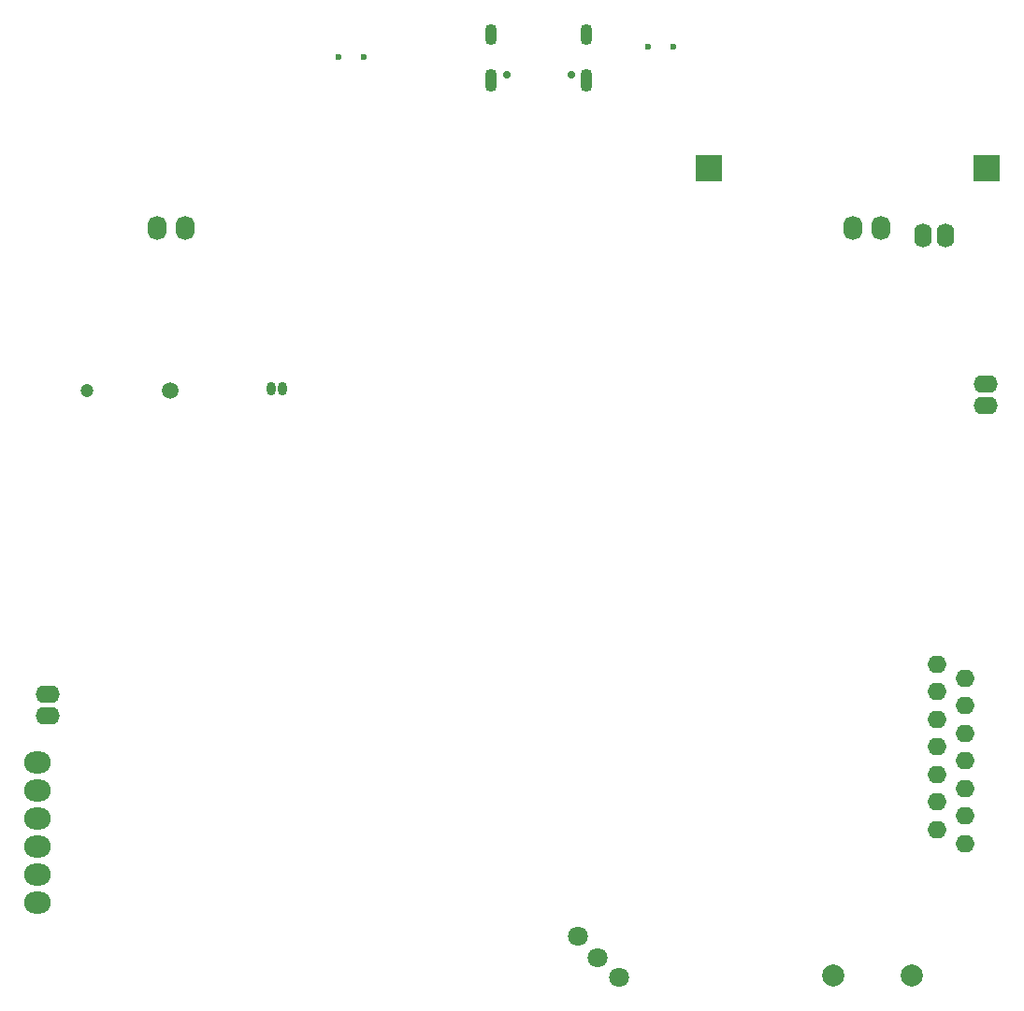
<source format=gbs>
G04*
G04 #@! TF.GenerationSoftware,Altium Limited,Altium Designer,24.5.2 (23)*
G04*
G04 Layer_Color=16711935*
%FSLAX44Y44*%
%MOMM*%
G71*
G04*
G04 #@! TF.SameCoordinates,EBE0DA84-5026-4A79-9117-03B61D32DCC8*
G04*
G04*
G04 #@! TF.FilePolarity,Negative*
G04*
G01*
G75*
%ADD63C,0.7000*%
%ADD65C,0.6000*%
%ADD70C,1.2000*%
%ADD71C,1.5000*%
%ADD86R,2.4032X2.4032*%
%ADD120O,1.1000X2.1000*%
%ADD121O,1.1000X1.9000*%
%ADD122O,1.7032X2.2032*%
%ADD123C,1.8032*%
%ADD124O,1.7032X1.6032*%
%ADD125C,2.0032*%
%ADD126O,1.6032X2.2032*%
%ADD127O,2.4032X2.0032*%
%ADD128O,2.2032X1.6032*%
%ADD129O,0.8532X1.2032*%
D63*
X557730Y976659D02*
D03*
X615530D02*
D03*
D65*
X405176Y992709D02*
D03*
X428188D02*
D03*
X685063Y1001973D02*
D03*
X708075D02*
D03*
D70*
X177093Y690906D02*
D03*
D71*
X252593D02*
D03*
D86*
X739944Y892500D02*
D03*
X991564D02*
D03*
D120*
X543430Y971759D02*
D03*
X629830D02*
D03*
D121*
Y1013259D02*
D03*
X543430D02*
D03*
D122*
X870345Y837933D02*
D03*
X895745D02*
D03*
X265953Y838357D02*
D03*
X240553D02*
D03*
D123*
X658965Y159417D02*
D03*
X639965Y176917D02*
D03*
X622215Y196667D02*
D03*
D124*
X947125Y317887D02*
D03*
X972125Y405387D02*
D03*
Y330387D02*
D03*
Y380387D02*
D03*
Y305387D02*
D03*
X947125Y392887D02*
D03*
X972041Y280241D02*
D03*
X947125Y417887D02*
D03*
X947125Y292887D02*
D03*
X947125Y367887D02*
D03*
X972125Y355387D02*
D03*
X947125Y342887D02*
D03*
Y442887D02*
D03*
X972125Y430387D02*
D03*
D125*
X852805Y160677D02*
D03*
X923805D02*
D03*
D126*
X954185Y831237D02*
D03*
X934185D02*
D03*
D127*
X132655Y353717D02*
D03*
Y328317D02*
D03*
Y302917D02*
D03*
Y277517D02*
D03*
Y252117D02*
D03*
Y226717D02*
D03*
D128*
X990959Y696999D02*
D03*
Y676999D02*
D03*
X141545Y415947D02*
D03*
Y395947D02*
D03*
D129*
X343965Y692667D02*
D03*
X353965D02*
D03*
M02*

</source>
